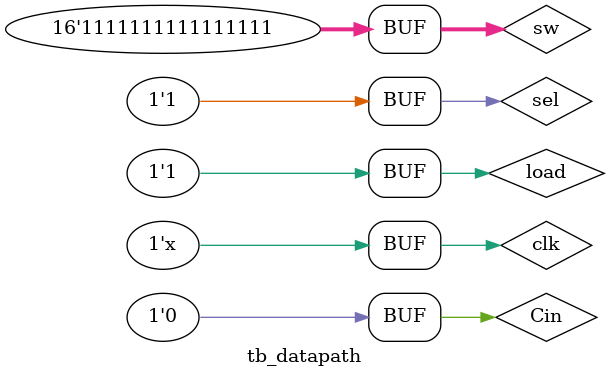
<source format=v>
`timescale 1ns / 1ps


module tb_datapath;
reg clk = 0;
reg load=1;
reg sel = 0;
reg Cin;
reg [15:0] sw;
wire [15:0] led;
 
 datapath uut(.clk(clk), .load(load), .sel(sel), .Cin(Cin), .sw(sw), .led(led));
 
always #5 clk = ~clk;

initial begin
sw[15:12]= 4'b0000; sw[7:4] = 4'b0000; sw[11:8] = 4'b0000;sw[3:0] = 4'b0000; Cin = 0;
#50
sw[15:12] = 4'b0000;sw[7:4] = 4'b0000; sw[11:8] = 4'b0001;; sw[3:0] = 4'b0001; Cin = 1;
#50
sw[15:12] = 4'b0001;sw[7:4] = 4'b0001; sw[11:8] = 4'b0101;sw[3:0] = 4'b0101; Cin = 0;
#50
load = 0;
sel = 1;
#50
sw[15:12] = 4'b0111;sw[7:4] = 4'b0111; sw[11:8] = 4'b0111;sw[3:0] = 4'b0111; Cin = 0;
#50
load = 1;
#50
sw[15:12] = 4'b1000;sw[7:4] = 4'b1000; sw[11:8] = 4'b0111;sw[3:0] = 4'b0111; Cin = 1;
#50
sw[15:12] = 4'b1100;sw[7:4] = 4'b1100; sw[11:8] = 4'b0100;sw[3:0] = 4'b0100; Cin = 0;
#50
sw[15:12] = 4'b1000;sw[7:4] = 4'b1000; sw[11:8] = 4'b1000; sw[3:0] = 4'b1000; Cin = 1;
#50
sw[15:12] = 4'b1001;sw[7:4] = 4'b1001; sw[11:8] = 4'b1010;sw[3:0] = 4'b1010; Cin = 1;
#50
sw[15:12] = 4'b1111;sw[7:4] = 4'b1111; sw[11:8] = 4'b1111; sw[3:0] = 4'b1111;Cin = 0;
#50;
end
endmodule

</source>
